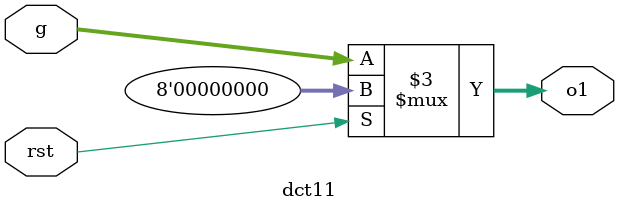
<source format=v>
`timescale 1ns / 1ps
module dct11(
input [7:0] g,
input rst,
output reg [7:0] o1 
);
always@(g,rst)
begin
  if(rst)
  begin 
   o1<=0;
	end
else 
  begin
   o1<=g;
end
end
endmodule 

</source>
